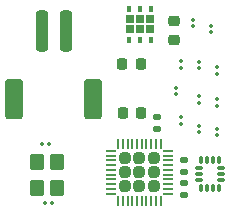
<source format=gbr>
%TF.GenerationSoftware,KiCad,Pcbnew,9.0.4*%
%TF.CreationDate,2025-09-06T18:01:58-07:00*%
%TF.ProjectId,Putting_Device,50757474-696e-4675-9f44-65766963652e,rev?*%
%TF.SameCoordinates,Original*%
%TF.FileFunction,Paste,Top*%
%TF.FilePolarity,Positive*%
%FSLAX46Y46*%
G04 Gerber Fmt 4.6, Leading zero omitted, Abs format (unit mm)*
G04 Created by KiCad (PCBNEW 9.0.4) date 2025-09-06 18:01:58*
%MOMM*%
%LPD*%
G01*
G04 APERTURE LIST*
G04 Aperture macros list*
%AMRoundRect*
0 Rectangle with rounded corners*
0 $1 Rounding radius*
0 $2 $3 $4 $5 $6 $7 $8 $9 X,Y pos of 4 corners*
0 Add a 4 corners polygon primitive as box body*
4,1,4,$2,$3,$4,$5,$6,$7,$8,$9,$2,$3,0*
0 Add four circle primitives for the rounded corners*
1,1,$1+$1,$2,$3*
1,1,$1+$1,$4,$5*
1,1,$1+$1,$6,$7*
1,1,$1+$1,$8,$9*
0 Add four rect primitives between the rounded corners*
20,1,$1+$1,$2,$3,$4,$5,0*
20,1,$1+$1,$4,$5,$6,$7,0*
20,1,$1+$1,$6,$7,$8,$9,0*
20,1,$1+$1,$8,$9,$2,$3,0*%
G04 Aperture macros list end*
%ADD10RoundRect,0.067500X0.067500X0.067500X-0.067500X0.067500X-0.067500X-0.067500X0.067500X-0.067500X0*%
%ADD11RoundRect,0.067500X0.067500X-0.067500X0.067500X0.067500X-0.067500X0.067500X-0.067500X-0.067500X0*%
%ADD12RoundRect,0.067500X-0.067500X0.067500X-0.067500X-0.067500X0.067500X-0.067500X0.067500X0.067500X0*%
%ADD13RoundRect,0.067500X-0.067500X-0.067500X0.067500X-0.067500X0.067500X0.067500X-0.067500X0.067500X0*%
%ADD14RoundRect,0.135000X0.185000X-0.135000X0.185000X0.135000X-0.185000X0.135000X-0.185000X-0.135000X0*%
%ADD15RoundRect,0.087500X0.087500X-0.225000X0.087500X0.225000X-0.087500X0.225000X-0.087500X-0.225000X0*%
%ADD16RoundRect,0.087500X0.225000X-0.087500X0.225000X0.087500X-0.225000X0.087500X-0.225000X-0.087500X0*%
%ADD17RoundRect,0.225000X0.225000X0.250000X-0.225000X0.250000X-0.225000X-0.250000X0.225000X-0.250000X0*%
%ADD18RoundRect,0.242500X0.242500X0.242500X-0.242500X0.242500X-0.242500X-0.242500X0.242500X-0.242500X0*%
%ADD19RoundRect,0.062500X0.350000X0.062500X-0.350000X0.062500X-0.350000X-0.062500X0.350000X-0.062500X0*%
%ADD20RoundRect,0.062500X0.062500X0.350000X-0.062500X0.350000X-0.062500X-0.350000X0.062500X-0.350000X0*%
%ADD21RoundRect,0.135000X-0.185000X0.135000X-0.185000X-0.135000X0.185000X-0.135000X0.185000X0.135000X0*%
%ADD22RoundRect,0.225000X-0.250000X0.225000X-0.250000X-0.225000X0.250000X-0.225000X0.250000X0.225000X0*%
%ADD23R,0.730000X0.660000*%
%ADD24R,0.450000X0.630000*%
%ADD25RoundRect,0.250000X-0.250000X-1.500000X0.250000X-1.500000X0.250000X1.500000X-0.250000X1.500000X0*%
%ADD26RoundRect,0.250001X-0.499999X-1.449999X0.499999X-1.449999X0.499999X1.449999X-0.499999X1.449999X0*%
%ADD27RoundRect,0.250000X0.350000X-0.450000X0.350000X0.450000X-0.350000X0.450000X-0.350000X-0.450000X0*%
G04 APERTURE END LIST*
D10*
%TO.C,C2*%
X130250000Y-73841310D03*
X130800000Y-73841310D03*
%TD*%
D11*
%TO.C,C11*%
X144800000Y-62341310D03*
X144800000Y-62891310D03*
%TD*%
%TO.C,C16*%
X144800000Y-67566310D03*
X144800000Y-68116310D03*
%TD*%
%TO.C,C15*%
X144300000Y-58841310D03*
X144300000Y-59391310D03*
%TD*%
%TO.C,C14*%
X142800000Y-58341310D03*
X142800000Y-58891310D03*
%TD*%
%TO.C,C12*%
X143250000Y-61891310D03*
X143250000Y-62441310D03*
%TD*%
%TO.C,C7*%
X141800000Y-66566310D03*
X141800000Y-67116310D03*
%TD*%
D12*
%TO.C,C10*%
X141300000Y-64616310D03*
X141300000Y-64066310D03*
%TD*%
%TO.C,C6*%
X143300000Y-67866310D03*
X143300000Y-67316310D03*
%TD*%
D11*
%TO.C,C13*%
X141800000Y-61841310D03*
X141800000Y-62391310D03*
%TD*%
D13*
%TO.C,C1*%
X130575000Y-68841310D03*
X130025000Y-68841310D03*
%TD*%
D11*
%TO.C,C9*%
X143300000Y-64816310D03*
X143300000Y-65366310D03*
%TD*%
D12*
%TO.C,C8*%
X144800000Y-65616310D03*
X144800000Y-65066310D03*
%TD*%
D14*
%TO.C,R3*%
X142012500Y-73151310D03*
X142012500Y-72131310D03*
%TD*%
D15*
%TO.C,U2*%
X143450000Y-72553810D03*
X143950000Y-72553810D03*
X144450000Y-72553810D03*
X144950000Y-72553810D03*
D16*
X145112500Y-71891310D03*
X145112500Y-71391310D03*
X145112500Y-70891310D03*
D15*
X144950000Y-70228810D03*
X144450000Y-70228810D03*
X143950000Y-70228810D03*
X143450000Y-70228810D03*
D16*
X143287500Y-70891310D03*
X143287500Y-71391310D03*
X143287500Y-71891310D03*
%TD*%
D17*
%TO.C,C4*%
X138375000Y-66241310D03*
X136825000Y-66241310D03*
%TD*%
D18*
%TO.C,U1*%
X139437500Y-72441310D03*
X139437500Y-71241310D03*
X139437500Y-70041310D03*
X138237500Y-72441310D03*
X138237500Y-71241310D03*
X138237500Y-70041310D03*
X137037500Y-72441310D03*
X137037500Y-71241310D03*
X137037500Y-70041310D03*
D19*
X140675000Y-73041310D03*
X140675000Y-72641310D03*
X140675000Y-72241310D03*
X140675000Y-71841310D03*
X140675000Y-71441310D03*
X140675000Y-71041310D03*
X140675000Y-70641310D03*
X140675000Y-70241310D03*
X140675000Y-69841310D03*
X140675000Y-69441310D03*
D20*
X140037500Y-68803810D03*
X139637500Y-68803810D03*
X139237500Y-68803810D03*
X138837500Y-68803810D03*
X138437500Y-68803810D03*
X138037500Y-68803810D03*
X137637500Y-68803810D03*
X137237500Y-68803810D03*
X136837500Y-68803810D03*
X136437500Y-68803810D03*
D19*
X135800000Y-69441310D03*
X135800000Y-69841310D03*
X135800000Y-70241310D03*
X135800000Y-70641310D03*
X135800000Y-71041310D03*
X135800000Y-71441310D03*
X135800000Y-71841310D03*
X135800000Y-72241310D03*
X135800000Y-72641310D03*
X135800000Y-73041310D03*
D20*
X136437500Y-73678810D03*
X136837500Y-73678810D03*
X137237500Y-73678810D03*
X137637500Y-73678810D03*
X138037500Y-73678810D03*
X138437500Y-73678810D03*
X138837500Y-73678810D03*
X139237500Y-73678810D03*
X139637500Y-73678810D03*
X140037500Y-73678810D03*
%TD*%
D17*
%TO.C,C3*%
X138350000Y-62091310D03*
X136800000Y-62091310D03*
%TD*%
D21*
%TO.C,R2*%
X142012500Y-70181310D03*
X142012500Y-71201310D03*
%TD*%
D22*
%TO.C,C5*%
X141200000Y-58466310D03*
X141200000Y-60016310D03*
%TD*%
D14*
%TO.C,R1*%
X139700000Y-67601310D03*
X139700000Y-66581310D03*
%TD*%
D23*
%TO.C,U3*%
X139166000Y-58291310D03*
X138300000Y-58291310D03*
X137434000Y-58291310D03*
X139166000Y-59141310D03*
X138300000Y-59141310D03*
X137434000Y-59141310D03*
D24*
X139250000Y-57376310D03*
X138300000Y-57376310D03*
X137350000Y-57376310D03*
X137350000Y-60056310D03*
X138300000Y-60056310D03*
X139250000Y-60056310D03*
%TD*%
D25*
%TO.C,BT1*%
X130000000Y-59291310D03*
X132000000Y-59291310D03*
D26*
X127650000Y-65041310D03*
X134350000Y-65041310D03*
%TD*%
D27*
%TO.C,Y1*%
X131300000Y-72541310D03*
X131300000Y-70341310D03*
X129600000Y-70341310D03*
X129600000Y-72541310D03*
%TD*%
M02*

</source>
